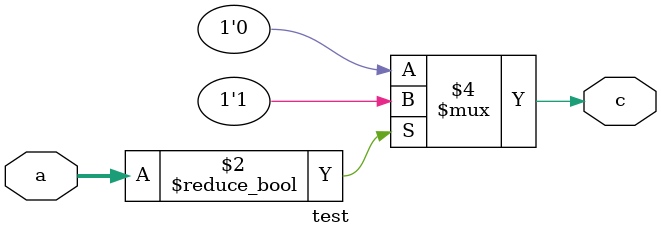
<source format=v>
module test (a, c);
 input [1:0] a;
 output c;
 reg c;
 always @(a)
   begin
   if (a) //warning here, one bit expression expected,
          //"a != 2'b00" is desired
     c = 1;
   else
     c = 0;
   end
endmodule


</source>
